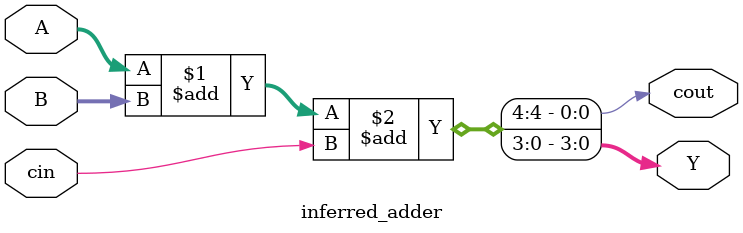
<source format=v>
`timescale 1ns / 1ps


module inferred_adder(input [3:0] A, B, input cin,    // cin: carry in
                      output [3:0] Y, output cout);   // cout: carry out
    
    assign {cout, Y} = A + B + cin;
    
endmodule


</source>
